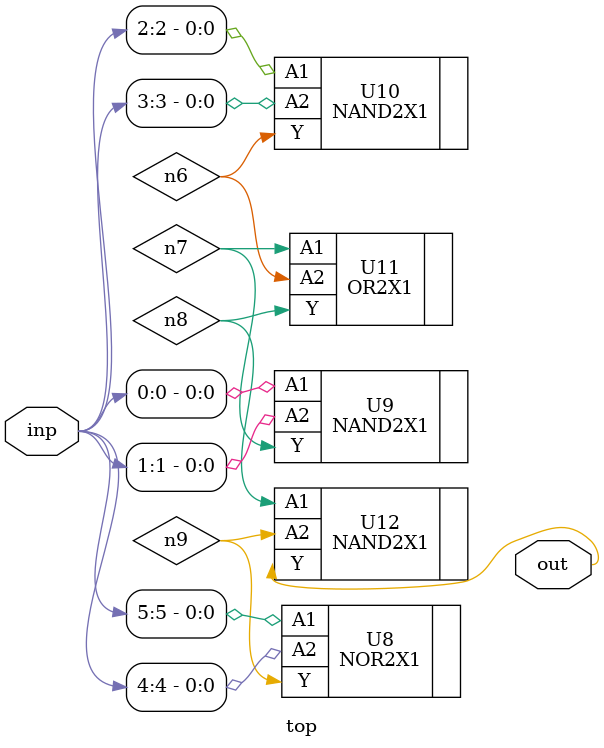
<source format=sv>


module top ( inp, out );
  input [5:0] inp;
  output out;
  wire   n6, n7, n8, n9;

  NOR2X1 U8 ( .A1(inp[5]), .A2(inp[4]), .Y(n9) );
  NAND2X1 U9 ( .A1(inp[0]), .A2(inp[1]), .Y(n7) );
  NAND2X1 U10 ( .A1(inp[2]), .A2(inp[3]), .Y(n6) );
  OR2X1 U11 ( .A1(n7), .A2(n6), .Y(n8) );
  NAND2X1 U12 ( .A1(n8), .A2(n9), .Y(out) );
endmodule


</source>
